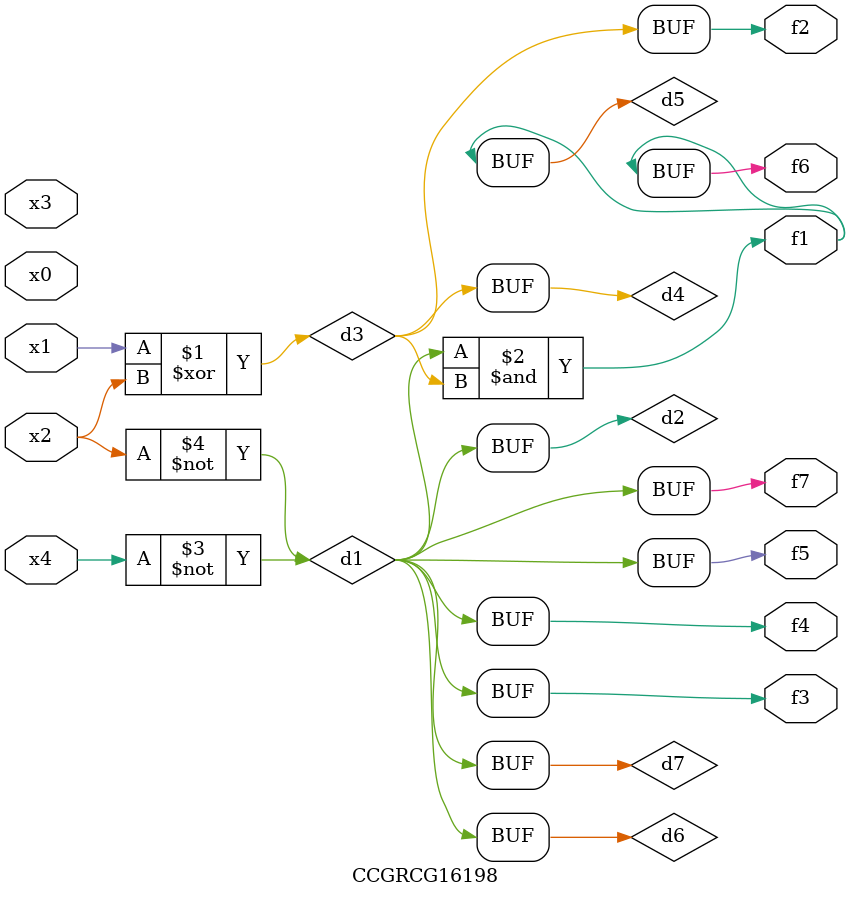
<source format=v>
module CCGRCG16198(
	input x0, x1, x2, x3, x4,
	output f1, f2, f3, f4, f5, f6, f7
);

	wire d1, d2, d3, d4, d5, d6, d7;

	not (d1, x4);
	not (d2, x2);
	xor (d3, x1, x2);
	buf (d4, d3);
	and (d5, d1, d3);
	buf (d6, d1, d2);
	buf (d7, d2);
	assign f1 = d5;
	assign f2 = d4;
	assign f3 = d7;
	assign f4 = d7;
	assign f5 = d7;
	assign f6 = d5;
	assign f7 = d7;
endmodule

</source>
